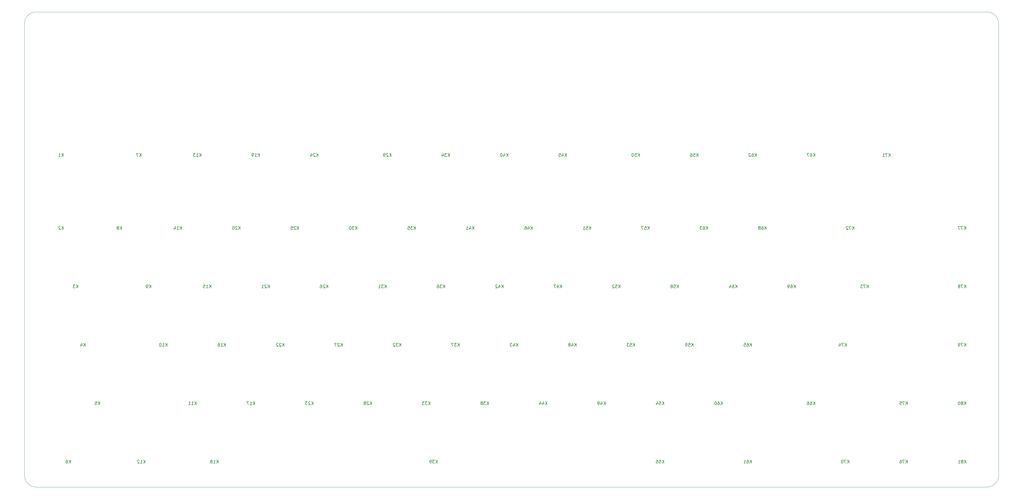
<source format=gbr>
%TF.GenerationSoftware,KiCad,Pcbnew,(5.1.10)-1*%
%TF.CreationDate,2021-06-02T05:42:33-04:00*%
%TF.ProjectId,pi75,70693735-2e6b-4696-9361-645f70636258,rev?*%
%TF.SameCoordinates,Original*%
%TF.FileFunction,Legend,Bot*%
%TF.FilePolarity,Positive*%
%FSLAX46Y46*%
G04 Gerber Fmt 4.6, Leading zero omitted, Abs format (unit mm)*
G04 Created by KiCad (PCBNEW (5.1.10)-1) date 2021-06-02 05:42:33*
%MOMM*%
%LPD*%
G01*
G04 APERTURE LIST*
%TA.AperFunction,Profile*%
%ADD10C,0.050000*%
%TD*%
%ADD11C,0.150000*%
G04 APERTURE END LIST*
D10*
X297815000Y-160528000D02*
X-12065000Y-160528000D01*
X301625000Y-9398000D02*
X301625000Y-156718000D01*
X297815000Y-5588000D02*
G75*
G02*
X301625000Y-9398000I0J-3810000D01*
G01*
X-12065000Y-160528000D02*
G75*
G02*
X-15875000Y-156718000I0J3810000D01*
G01*
X301625000Y-156718000D02*
G75*
G02*
X297815000Y-160528000I-3810000J0D01*
G01*
X-15875000Y-9398000D02*
G75*
G02*
X-12065000Y-5588000I3810000J0D01*
G01*
X-15875000Y-9398000D02*
X-15875000Y-156718000D01*
X297815000Y-5588000D02*
X-12065000Y-5588000D01*
%TO.C,K72*%
D11*
X254420535Y-76525380D02*
X254420535Y-75525380D01*
X253849107Y-76525380D02*
X254277678Y-75953952D01*
X253849107Y-75525380D02*
X254420535Y-76096809D01*
X253515773Y-75525380D02*
X252849107Y-75525380D01*
X253277678Y-76525380D01*
X252515773Y-75620619D02*
X252468154Y-75573000D01*
X252372916Y-75525380D01*
X252134821Y-75525380D01*
X252039583Y-75573000D01*
X251991964Y-75620619D01*
X251944345Y-75715857D01*
X251944345Y-75811095D01*
X251991964Y-75953952D01*
X252563392Y-76525380D01*
X251944345Y-76525380D01*
%TO.C,K74*%
X252039285Y-114625380D02*
X252039285Y-113625380D01*
X251467857Y-114625380D02*
X251896428Y-114053952D01*
X251467857Y-113625380D02*
X252039285Y-114196809D01*
X251134523Y-113625380D02*
X250467857Y-113625380D01*
X250896428Y-114625380D01*
X249658333Y-113958714D02*
X249658333Y-114625380D01*
X249896428Y-113577761D02*
X250134523Y-114292047D01*
X249515476Y-114292047D01*
%TO.C,K39*%
X118689285Y-152725380D02*
X118689285Y-151725380D01*
X118117857Y-152725380D02*
X118546428Y-152153952D01*
X118117857Y-151725380D02*
X118689285Y-152296809D01*
X117784523Y-151725380D02*
X117165476Y-151725380D01*
X117498809Y-152106333D01*
X117355952Y-152106333D01*
X117260714Y-152153952D01*
X117213095Y-152201571D01*
X117165476Y-152296809D01*
X117165476Y-152534904D01*
X117213095Y-152630142D01*
X117260714Y-152677761D01*
X117355952Y-152725380D01*
X117641666Y-152725380D01*
X117736904Y-152677761D01*
X117784523Y-152630142D01*
X116689285Y-152725380D02*
X116498809Y-152725380D01*
X116403571Y-152677761D01*
X116355952Y-152630142D01*
X116260714Y-152487285D01*
X116213095Y-152296809D01*
X116213095Y-151915857D01*
X116260714Y-151820619D01*
X116308333Y-151773000D01*
X116403571Y-151725380D01*
X116594047Y-151725380D01*
X116689285Y-151773000D01*
X116736904Y-151820619D01*
X116784523Y-151915857D01*
X116784523Y-152153952D01*
X116736904Y-152249190D01*
X116689285Y-152296809D01*
X116594047Y-152344428D01*
X116403571Y-152344428D01*
X116308333Y-152296809D01*
X116260714Y-152249190D01*
X116213095Y-152153952D01*
%TO.C,K5*%
X8675595Y-133675380D02*
X8675595Y-132675380D01*
X8104166Y-133675380D02*
X8532738Y-133103952D01*
X8104166Y-132675380D02*
X8675595Y-133246809D01*
X7199404Y-132675380D02*
X7675595Y-132675380D01*
X7723214Y-133151571D01*
X7675595Y-133103952D01*
X7580357Y-133056333D01*
X7342261Y-133056333D01*
X7247023Y-133103952D01*
X7199404Y-133151571D01*
X7151785Y-133246809D01*
X7151785Y-133484904D01*
X7199404Y-133580142D01*
X7247023Y-133627761D01*
X7342261Y-133675380D01*
X7580357Y-133675380D01*
X7675595Y-133627761D01*
X7723214Y-133580142D01*
%TO.C,K17*%
X59158035Y-133675380D02*
X59158035Y-132675380D01*
X58586607Y-133675380D02*
X59015178Y-133103952D01*
X58586607Y-132675380D02*
X59158035Y-133246809D01*
X57634226Y-133675380D02*
X58205654Y-133675380D01*
X57919940Y-133675380D02*
X57919940Y-132675380D01*
X58015178Y-132818238D01*
X58110416Y-132913476D01*
X58205654Y-132961095D01*
X57300892Y-132675380D02*
X56634226Y-132675380D01*
X57062797Y-133675380D01*
%TO.C,K81*%
X290933035Y-152725380D02*
X290933035Y-151725380D01*
X290361607Y-152725380D02*
X290790178Y-152153952D01*
X290361607Y-151725380D02*
X290933035Y-152296809D01*
X289790178Y-152153952D02*
X289885416Y-152106333D01*
X289933035Y-152058714D01*
X289980654Y-151963476D01*
X289980654Y-151915857D01*
X289933035Y-151820619D01*
X289885416Y-151773000D01*
X289790178Y-151725380D01*
X289599702Y-151725380D01*
X289504464Y-151773000D01*
X289456845Y-151820619D01*
X289409226Y-151915857D01*
X289409226Y-151963476D01*
X289456845Y-152058714D01*
X289504464Y-152106333D01*
X289599702Y-152153952D01*
X289790178Y-152153952D01*
X289885416Y-152201571D01*
X289933035Y-152249190D01*
X289980654Y-152344428D01*
X289980654Y-152534904D01*
X289933035Y-152630142D01*
X289885416Y-152677761D01*
X289790178Y-152725380D01*
X289599702Y-152725380D01*
X289504464Y-152677761D01*
X289456845Y-152630142D01*
X289409226Y-152534904D01*
X289409226Y-152344428D01*
X289456845Y-152249190D01*
X289504464Y-152201571D01*
X289599702Y-152153952D01*
X288456845Y-152725380D02*
X289028273Y-152725380D01*
X288742559Y-152725380D02*
X288742559Y-151725380D01*
X288837797Y-151868238D01*
X288933035Y-151963476D01*
X289028273Y-152011095D01*
%TO.C,K80*%
X290933035Y-133675380D02*
X290933035Y-132675380D01*
X290361607Y-133675380D02*
X290790178Y-133103952D01*
X290361607Y-132675380D02*
X290933035Y-133246809D01*
X289790178Y-133103952D02*
X289885416Y-133056333D01*
X289933035Y-133008714D01*
X289980654Y-132913476D01*
X289980654Y-132865857D01*
X289933035Y-132770619D01*
X289885416Y-132723000D01*
X289790178Y-132675380D01*
X289599702Y-132675380D01*
X289504464Y-132723000D01*
X289456845Y-132770619D01*
X289409226Y-132865857D01*
X289409226Y-132913476D01*
X289456845Y-133008714D01*
X289504464Y-133056333D01*
X289599702Y-133103952D01*
X289790178Y-133103952D01*
X289885416Y-133151571D01*
X289933035Y-133199190D01*
X289980654Y-133294428D01*
X289980654Y-133484904D01*
X289933035Y-133580142D01*
X289885416Y-133627761D01*
X289790178Y-133675380D01*
X289599702Y-133675380D01*
X289504464Y-133627761D01*
X289456845Y-133580142D01*
X289409226Y-133484904D01*
X289409226Y-133294428D01*
X289456845Y-133199190D01*
X289504464Y-133151571D01*
X289599702Y-133103952D01*
X288790178Y-132675380D02*
X288694940Y-132675380D01*
X288599702Y-132723000D01*
X288552083Y-132770619D01*
X288504464Y-132865857D01*
X288456845Y-133056333D01*
X288456845Y-133294428D01*
X288504464Y-133484904D01*
X288552083Y-133580142D01*
X288599702Y-133627761D01*
X288694940Y-133675380D01*
X288790178Y-133675380D01*
X288885416Y-133627761D01*
X288933035Y-133580142D01*
X288980654Y-133484904D01*
X289028273Y-133294428D01*
X289028273Y-133056333D01*
X288980654Y-132865857D01*
X288933035Y-132770619D01*
X288885416Y-132723000D01*
X288790178Y-132675380D01*
%TO.C,K79*%
X290933035Y-114625380D02*
X290933035Y-113625380D01*
X290361607Y-114625380D02*
X290790178Y-114053952D01*
X290361607Y-113625380D02*
X290933035Y-114196809D01*
X290028273Y-113625380D02*
X289361607Y-113625380D01*
X289790178Y-114625380D01*
X288933035Y-114625380D02*
X288742559Y-114625380D01*
X288647321Y-114577761D01*
X288599702Y-114530142D01*
X288504464Y-114387285D01*
X288456845Y-114196809D01*
X288456845Y-113815857D01*
X288504464Y-113720619D01*
X288552083Y-113673000D01*
X288647321Y-113625380D01*
X288837797Y-113625380D01*
X288933035Y-113673000D01*
X288980654Y-113720619D01*
X289028273Y-113815857D01*
X289028273Y-114053952D01*
X288980654Y-114149190D01*
X288933035Y-114196809D01*
X288837797Y-114244428D01*
X288647321Y-114244428D01*
X288552083Y-114196809D01*
X288504464Y-114149190D01*
X288456845Y-114053952D01*
%TO.C,K78*%
X290933035Y-95575380D02*
X290933035Y-94575380D01*
X290361607Y-95575380D02*
X290790178Y-95003952D01*
X290361607Y-94575380D02*
X290933035Y-95146809D01*
X290028273Y-94575380D02*
X289361607Y-94575380D01*
X289790178Y-95575380D01*
X288837797Y-95003952D02*
X288933035Y-94956333D01*
X288980654Y-94908714D01*
X289028273Y-94813476D01*
X289028273Y-94765857D01*
X288980654Y-94670619D01*
X288933035Y-94623000D01*
X288837797Y-94575380D01*
X288647321Y-94575380D01*
X288552083Y-94623000D01*
X288504464Y-94670619D01*
X288456845Y-94765857D01*
X288456845Y-94813476D01*
X288504464Y-94908714D01*
X288552083Y-94956333D01*
X288647321Y-95003952D01*
X288837797Y-95003952D01*
X288933035Y-95051571D01*
X288980654Y-95099190D01*
X289028273Y-95194428D01*
X289028273Y-95384904D01*
X288980654Y-95480142D01*
X288933035Y-95527761D01*
X288837797Y-95575380D01*
X288647321Y-95575380D01*
X288552083Y-95527761D01*
X288504464Y-95480142D01*
X288456845Y-95384904D01*
X288456845Y-95194428D01*
X288504464Y-95099190D01*
X288552083Y-95051571D01*
X288647321Y-95003952D01*
%TO.C,K77*%
X290933035Y-76525380D02*
X290933035Y-75525380D01*
X290361607Y-76525380D02*
X290790178Y-75953952D01*
X290361607Y-75525380D02*
X290933035Y-76096809D01*
X290028273Y-75525380D02*
X289361607Y-75525380D01*
X289790178Y-76525380D01*
X289075892Y-75525380D02*
X288409226Y-75525380D01*
X288837797Y-76525380D01*
%TO.C,K76*%
X271883035Y-152725380D02*
X271883035Y-151725380D01*
X271311607Y-152725380D02*
X271740178Y-152153952D01*
X271311607Y-151725380D02*
X271883035Y-152296809D01*
X270978273Y-151725380D02*
X270311607Y-151725380D01*
X270740178Y-152725380D01*
X269502083Y-151725380D02*
X269692559Y-151725380D01*
X269787797Y-151773000D01*
X269835416Y-151820619D01*
X269930654Y-151963476D01*
X269978273Y-152153952D01*
X269978273Y-152534904D01*
X269930654Y-152630142D01*
X269883035Y-152677761D01*
X269787797Y-152725380D01*
X269597321Y-152725380D01*
X269502083Y-152677761D01*
X269454464Y-152630142D01*
X269406845Y-152534904D01*
X269406845Y-152296809D01*
X269454464Y-152201571D01*
X269502083Y-152153952D01*
X269597321Y-152106333D01*
X269787797Y-152106333D01*
X269883035Y-152153952D01*
X269930654Y-152201571D01*
X269978273Y-152296809D01*
%TO.C,K75*%
X271883035Y-133675380D02*
X271883035Y-132675380D01*
X271311607Y-133675380D02*
X271740178Y-133103952D01*
X271311607Y-132675380D02*
X271883035Y-133246809D01*
X270978273Y-132675380D02*
X270311607Y-132675380D01*
X270740178Y-133675380D01*
X269454464Y-132675380D02*
X269930654Y-132675380D01*
X269978273Y-133151571D01*
X269930654Y-133103952D01*
X269835416Y-133056333D01*
X269597321Y-133056333D01*
X269502083Y-133103952D01*
X269454464Y-133151571D01*
X269406845Y-133246809D01*
X269406845Y-133484904D01*
X269454464Y-133580142D01*
X269502083Y-133627761D01*
X269597321Y-133675380D01*
X269835416Y-133675380D01*
X269930654Y-133627761D01*
X269978273Y-133580142D01*
%TO.C,K73*%
X259183035Y-95575380D02*
X259183035Y-94575380D01*
X258611607Y-95575380D02*
X259040178Y-95003952D01*
X258611607Y-94575380D02*
X259183035Y-95146809D01*
X258278273Y-94575380D02*
X257611607Y-94575380D01*
X258040178Y-95575380D01*
X257325892Y-94575380D02*
X256706845Y-94575380D01*
X257040178Y-94956333D01*
X256897321Y-94956333D01*
X256802083Y-95003952D01*
X256754464Y-95051571D01*
X256706845Y-95146809D01*
X256706845Y-95384904D01*
X256754464Y-95480142D01*
X256802083Y-95527761D01*
X256897321Y-95575380D01*
X257183035Y-95575380D01*
X257278273Y-95527761D01*
X257325892Y-95480142D01*
%TO.C,K71*%
X266326785Y-52712880D02*
X266326785Y-51712880D01*
X265755357Y-52712880D02*
X266183928Y-52141452D01*
X265755357Y-51712880D02*
X266326785Y-52284309D01*
X265422023Y-51712880D02*
X264755357Y-51712880D01*
X265183928Y-52712880D01*
X263850595Y-52712880D02*
X264422023Y-52712880D01*
X264136309Y-52712880D02*
X264136309Y-51712880D01*
X264231547Y-51855738D01*
X264326785Y-51950976D01*
X264422023Y-51998595D01*
%TO.C,K70*%
X252833035Y-152725380D02*
X252833035Y-151725380D01*
X252261607Y-152725380D02*
X252690178Y-152153952D01*
X252261607Y-151725380D02*
X252833035Y-152296809D01*
X251928273Y-151725380D02*
X251261607Y-151725380D01*
X251690178Y-152725380D01*
X250690178Y-151725380D02*
X250594940Y-151725380D01*
X250499702Y-151773000D01*
X250452083Y-151820619D01*
X250404464Y-151915857D01*
X250356845Y-152106333D01*
X250356845Y-152344428D01*
X250404464Y-152534904D01*
X250452083Y-152630142D01*
X250499702Y-152677761D01*
X250594940Y-152725380D01*
X250690178Y-152725380D01*
X250785416Y-152677761D01*
X250833035Y-152630142D01*
X250880654Y-152534904D01*
X250928273Y-152344428D01*
X250928273Y-152106333D01*
X250880654Y-151915857D01*
X250833035Y-151820619D01*
X250785416Y-151773000D01*
X250690178Y-151725380D01*
%TO.C,K69*%
X235370535Y-95575380D02*
X235370535Y-94575380D01*
X234799107Y-95575380D02*
X235227678Y-95003952D01*
X234799107Y-94575380D02*
X235370535Y-95146809D01*
X233941964Y-94575380D02*
X234132440Y-94575380D01*
X234227678Y-94623000D01*
X234275297Y-94670619D01*
X234370535Y-94813476D01*
X234418154Y-95003952D01*
X234418154Y-95384904D01*
X234370535Y-95480142D01*
X234322916Y-95527761D01*
X234227678Y-95575380D01*
X234037202Y-95575380D01*
X233941964Y-95527761D01*
X233894345Y-95480142D01*
X233846726Y-95384904D01*
X233846726Y-95146809D01*
X233894345Y-95051571D01*
X233941964Y-95003952D01*
X234037202Y-94956333D01*
X234227678Y-94956333D01*
X234322916Y-95003952D01*
X234370535Y-95051571D01*
X234418154Y-95146809D01*
X233370535Y-95575380D02*
X233180059Y-95575380D01*
X233084821Y-95527761D01*
X233037202Y-95480142D01*
X232941964Y-95337285D01*
X232894345Y-95146809D01*
X232894345Y-94765857D01*
X232941964Y-94670619D01*
X232989583Y-94623000D01*
X233084821Y-94575380D01*
X233275297Y-94575380D01*
X233370535Y-94623000D01*
X233418154Y-94670619D01*
X233465773Y-94765857D01*
X233465773Y-95003952D01*
X233418154Y-95099190D01*
X233370535Y-95146809D01*
X233275297Y-95194428D01*
X233084821Y-95194428D01*
X232989583Y-95146809D01*
X232941964Y-95099190D01*
X232894345Y-95003952D01*
%TO.C,K68*%
X225845535Y-76525380D02*
X225845535Y-75525380D01*
X225274107Y-76525380D02*
X225702678Y-75953952D01*
X225274107Y-75525380D02*
X225845535Y-76096809D01*
X224416964Y-75525380D02*
X224607440Y-75525380D01*
X224702678Y-75573000D01*
X224750297Y-75620619D01*
X224845535Y-75763476D01*
X224893154Y-75953952D01*
X224893154Y-76334904D01*
X224845535Y-76430142D01*
X224797916Y-76477761D01*
X224702678Y-76525380D01*
X224512202Y-76525380D01*
X224416964Y-76477761D01*
X224369345Y-76430142D01*
X224321726Y-76334904D01*
X224321726Y-76096809D01*
X224369345Y-76001571D01*
X224416964Y-75953952D01*
X224512202Y-75906333D01*
X224702678Y-75906333D01*
X224797916Y-75953952D01*
X224845535Y-76001571D01*
X224893154Y-76096809D01*
X223750297Y-75953952D02*
X223845535Y-75906333D01*
X223893154Y-75858714D01*
X223940773Y-75763476D01*
X223940773Y-75715857D01*
X223893154Y-75620619D01*
X223845535Y-75573000D01*
X223750297Y-75525380D01*
X223559821Y-75525380D01*
X223464583Y-75573000D01*
X223416964Y-75620619D01*
X223369345Y-75715857D01*
X223369345Y-75763476D01*
X223416964Y-75858714D01*
X223464583Y-75906333D01*
X223559821Y-75953952D01*
X223750297Y-75953952D01*
X223845535Y-76001571D01*
X223893154Y-76049190D01*
X223940773Y-76144428D01*
X223940773Y-76334904D01*
X223893154Y-76430142D01*
X223845535Y-76477761D01*
X223750297Y-76525380D01*
X223559821Y-76525380D01*
X223464583Y-76477761D01*
X223416964Y-76430142D01*
X223369345Y-76334904D01*
X223369345Y-76144428D01*
X223416964Y-76049190D01*
X223464583Y-76001571D01*
X223559821Y-75953952D01*
%TO.C,K67*%
X241720535Y-52712880D02*
X241720535Y-51712880D01*
X241149107Y-52712880D02*
X241577678Y-52141452D01*
X241149107Y-51712880D02*
X241720535Y-52284309D01*
X240291964Y-51712880D02*
X240482440Y-51712880D01*
X240577678Y-51760500D01*
X240625297Y-51808119D01*
X240720535Y-51950976D01*
X240768154Y-52141452D01*
X240768154Y-52522404D01*
X240720535Y-52617642D01*
X240672916Y-52665261D01*
X240577678Y-52712880D01*
X240387202Y-52712880D01*
X240291964Y-52665261D01*
X240244345Y-52617642D01*
X240196726Y-52522404D01*
X240196726Y-52284309D01*
X240244345Y-52189071D01*
X240291964Y-52141452D01*
X240387202Y-52093833D01*
X240577678Y-52093833D01*
X240672916Y-52141452D01*
X240720535Y-52189071D01*
X240768154Y-52284309D01*
X239863392Y-51712880D02*
X239196726Y-51712880D01*
X239625297Y-52712880D01*
%TO.C,K66*%
X241720535Y-133675380D02*
X241720535Y-132675380D01*
X241149107Y-133675380D02*
X241577678Y-133103952D01*
X241149107Y-132675380D02*
X241720535Y-133246809D01*
X240291964Y-132675380D02*
X240482440Y-132675380D01*
X240577678Y-132723000D01*
X240625297Y-132770619D01*
X240720535Y-132913476D01*
X240768154Y-133103952D01*
X240768154Y-133484904D01*
X240720535Y-133580142D01*
X240672916Y-133627761D01*
X240577678Y-133675380D01*
X240387202Y-133675380D01*
X240291964Y-133627761D01*
X240244345Y-133580142D01*
X240196726Y-133484904D01*
X240196726Y-133246809D01*
X240244345Y-133151571D01*
X240291964Y-133103952D01*
X240387202Y-133056333D01*
X240577678Y-133056333D01*
X240672916Y-133103952D01*
X240720535Y-133151571D01*
X240768154Y-133246809D01*
X239339583Y-132675380D02*
X239530059Y-132675380D01*
X239625297Y-132723000D01*
X239672916Y-132770619D01*
X239768154Y-132913476D01*
X239815773Y-133103952D01*
X239815773Y-133484904D01*
X239768154Y-133580142D01*
X239720535Y-133627761D01*
X239625297Y-133675380D01*
X239434821Y-133675380D01*
X239339583Y-133627761D01*
X239291964Y-133580142D01*
X239244345Y-133484904D01*
X239244345Y-133246809D01*
X239291964Y-133151571D01*
X239339583Y-133103952D01*
X239434821Y-133056333D01*
X239625297Y-133056333D01*
X239720535Y-133103952D01*
X239768154Y-133151571D01*
X239815773Y-133246809D01*
%TO.C,K65*%
X221083035Y-114625380D02*
X221083035Y-113625380D01*
X220511607Y-114625380D02*
X220940178Y-114053952D01*
X220511607Y-113625380D02*
X221083035Y-114196809D01*
X219654464Y-113625380D02*
X219844940Y-113625380D01*
X219940178Y-113673000D01*
X219987797Y-113720619D01*
X220083035Y-113863476D01*
X220130654Y-114053952D01*
X220130654Y-114434904D01*
X220083035Y-114530142D01*
X220035416Y-114577761D01*
X219940178Y-114625380D01*
X219749702Y-114625380D01*
X219654464Y-114577761D01*
X219606845Y-114530142D01*
X219559226Y-114434904D01*
X219559226Y-114196809D01*
X219606845Y-114101571D01*
X219654464Y-114053952D01*
X219749702Y-114006333D01*
X219940178Y-114006333D01*
X220035416Y-114053952D01*
X220083035Y-114101571D01*
X220130654Y-114196809D01*
X218654464Y-113625380D02*
X219130654Y-113625380D01*
X219178273Y-114101571D01*
X219130654Y-114053952D01*
X219035416Y-114006333D01*
X218797321Y-114006333D01*
X218702083Y-114053952D01*
X218654464Y-114101571D01*
X218606845Y-114196809D01*
X218606845Y-114434904D01*
X218654464Y-114530142D01*
X218702083Y-114577761D01*
X218797321Y-114625380D01*
X219035416Y-114625380D01*
X219130654Y-114577761D01*
X219178273Y-114530142D01*
%TO.C,K64*%
X216320535Y-95575380D02*
X216320535Y-94575380D01*
X215749107Y-95575380D02*
X216177678Y-95003952D01*
X215749107Y-94575380D02*
X216320535Y-95146809D01*
X214891964Y-94575380D02*
X215082440Y-94575380D01*
X215177678Y-94623000D01*
X215225297Y-94670619D01*
X215320535Y-94813476D01*
X215368154Y-95003952D01*
X215368154Y-95384904D01*
X215320535Y-95480142D01*
X215272916Y-95527761D01*
X215177678Y-95575380D01*
X214987202Y-95575380D01*
X214891964Y-95527761D01*
X214844345Y-95480142D01*
X214796726Y-95384904D01*
X214796726Y-95146809D01*
X214844345Y-95051571D01*
X214891964Y-95003952D01*
X214987202Y-94956333D01*
X215177678Y-94956333D01*
X215272916Y-95003952D01*
X215320535Y-95051571D01*
X215368154Y-95146809D01*
X213939583Y-94908714D02*
X213939583Y-95575380D01*
X214177678Y-94527761D02*
X214415773Y-95242047D01*
X213796726Y-95242047D01*
%TO.C,K63*%
X206795535Y-76525380D02*
X206795535Y-75525380D01*
X206224107Y-76525380D02*
X206652678Y-75953952D01*
X206224107Y-75525380D02*
X206795535Y-76096809D01*
X205366964Y-75525380D02*
X205557440Y-75525380D01*
X205652678Y-75573000D01*
X205700297Y-75620619D01*
X205795535Y-75763476D01*
X205843154Y-75953952D01*
X205843154Y-76334904D01*
X205795535Y-76430142D01*
X205747916Y-76477761D01*
X205652678Y-76525380D01*
X205462202Y-76525380D01*
X205366964Y-76477761D01*
X205319345Y-76430142D01*
X205271726Y-76334904D01*
X205271726Y-76096809D01*
X205319345Y-76001571D01*
X205366964Y-75953952D01*
X205462202Y-75906333D01*
X205652678Y-75906333D01*
X205747916Y-75953952D01*
X205795535Y-76001571D01*
X205843154Y-76096809D01*
X204938392Y-75525380D02*
X204319345Y-75525380D01*
X204652678Y-75906333D01*
X204509821Y-75906333D01*
X204414583Y-75953952D01*
X204366964Y-76001571D01*
X204319345Y-76096809D01*
X204319345Y-76334904D01*
X204366964Y-76430142D01*
X204414583Y-76477761D01*
X204509821Y-76525380D01*
X204795535Y-76525380D01*
X204890773Y-76477761D01*
X204938392Y-76430142D01*
%TO.C,K62*%
X222670535Y-52712880D02*
X222670535Y-51712880D01*
X222099107Y-52712880D02*
X222527678Y-52141452D01*
X222099107Y-51712880D02*
X222670535Y-52284309D01*
X221241964Y-51712880D02*
X221432440Y-51712880D01*
X221527678Y-51760500D01*
X221575297Y-51808119D01*
X221670535Y-51950976D01*
X221718154Y-52141452D01*
X221718154Y-52522404D01*
X221670535Y-52617642D01*
X221622916Y-52665261D01*
X221527678Y-52712880D01*
X221337202Y-52712880D01*
X221241964Y-52665261D01*
X221194345Y-52617642D01*
X221146726Y-52522404D01*
X221146726Y-52284309D01*
X221194345Y-52189071D01*
X221241964Y-52141452D01*
X221337202Y-52093833D01*
X221527678Y-52093833D01*
X221622916Y-52141452D01*
X221670535Y-52189071D01*
X221718154Y-52284309D01*
X220765773Y-51808119D02*
X220718154Y-51760500D01*
X220622916Y-51712880D01*
X220384821Y-51712880D01*
X220289583Y-51760500D01*
X220241964Y-51808119D01*
X220194345Y-51903357D01*
X220194345Y-51998595D01*
X220241964Y-52141452D01*
X220813392Y-52712880D01*
X220194345Y-52712880D01*
%TO.C,K61*%
X221083035Y-152725380D02*
X221083035Y-151725380D01*
X220511607Y-152725380D02*
X220940178Y-152153952D01*
X220511607Y-151725380D02*
X221083035Y-152296809D01*
X219654464Y-151725380D02*
X219844940Y-151725380D01*
X219940178Y-151773000D01*
X219987797Y-151820619D01*
X220083035Y-151963476D01*
X220130654Y-152153952D01*
X220130654Y-152534904D01*
X220083035Y-152630142D01*
X220035416Y-152677761D01*
X219940178Y-152725380D01*
X219749702Y-152725380D01*
X219654464Y-152677761D01*
X219606845Y-152630142D01*
X219559226Y-152534904D01*
X219559226Y-152296809D01*
X219606845Y-152201571D01*
X219654464Y-152153952D01*
X219749702Y-152106333D01*
X219940178Y-152106333D01*
X220035416Y-152153952D01*
X220083035Y-152201571D01*
X220130654Y-152296809D01*
X218606845Y-152725380D02*
X219178273Y-152725380D01*
X218892559Y-152725380D02*
X218892559Y-151725380D01*
X218987797Y-151868238D01*
X219083035Y-151963476D01*
X219178273Y-152011095D01*
%TO.C,K60*%
X211558035Y-133675380D02*
X211558035Y-132675380D01*
X210986607Y-133675380D02*
X211415178Y-133103952D01*
X210986607Y-132675380D02*
X211558035Y-133246809D01*
X210129464Y-132675380D02*
X210319940Y-132675380D01*
X210415178Y-132723000D01*
X210462797Y-132770619D01*
X210558035Y-132913476D01*
X210605654Y-133103952D01*
X210605654Y-133484904D01*
X210558035Y-133580142D01*
X210510416Y-133627761D01*
X210415178Y-133675380D01*
X210224702Y-133675380D01*
X210129464Y-133627761D01*
X210081845Y-133580142D01*
X210034226Y-133484904D01*
X210034226Y-133246809D01*
X210081845Y-133151571D01*
X210129464Y-133103952D01*
X210224702Y-133056333D01*
X210415178Y-133056333D01*
X210510416Y-133103952D01*
X210558035Y-133151571D01*
X210605654Y-133246809D01*
X209415178Y-132675380D02*
X209319940Y-132675380D01*
X209224702Y-132723000D01*
X209177083Y-132770619D01*
X209129464Y-132865857D01*
X209081845Y-133056333D01*
X209081845Y-133294428D01*
X209129464Y-133484904D01*
X209177083Y-133580142D01*
X209224702Y-133627761D01*
X209319940Y-133675380D01*
X209415178Y-133675380D01*
X209510416Y-133627761D01*
X209558035Y-133580142D01*
X209605654Y-133484904D01*
X209653273Y-133294428D01*
X209653273Y-133056333D01*
X209605654Y-132865857D01*
X209558035Y-132770619D01*
X209510416Y-132723000D01*
X209415178Y-132675380D01*
%TO.C,K59*%
X202033035Y-114625380D02*
X202033035Y-113625380D01*
X201461607Y-114625380D02*
X201890178Y-114053952D01*
X201461607Y-113625380D02*
X202033035Y-114196809D01*
X200556845Y-113625380D02*
X201033035Y-113625380D01*
X201080654Y-114101571D01*
X201033035Y-114053952D01*
X200937797Y-114006333D01*
X200699702Y-114006333D01*
X200604464Y-114053952D01*
X200556845Y-114101571D01*
X200509226Y-114196809D01*
X200509226Y-114434904D01*
X200556845Y-114530142D01*
X200604464Y-114577761D01*
X200699702Y-114625380D01*
X200937797Y-114625380D01*
X201033035Y-114577761D01*
X201080654Y-114530142D01*
X200033035Y-114625380D02*
X199842559Y-114625380D01*
X199747321Y-114577761D01*
X199699702Y-114530142D01*
X199604464Y-114387285D01*
X199556845Y-114196809D01*
X199556845Y-113815857D01*
X199604464Y-113720619D01*
X199652083Y-113673000D01*
X199747321Y-113625380D01*
X199937797Y-113625380D01*
X200033035Y-113673000D01*
X200080654Y-113720619D01*
X200128273Y-113815857D01*
X200128273Y-114053952D01*
X200080654Y-114149190D01*
X200033035Y-114196809D01*
X199937797Y-114244428D01*
X199747321Y-114244428D01*
X199652083Y-114196809D01*
X199604464Y-114149190D01*
X199556845Y-114053952D01*
%TO.C,K58*%
X197270535Y-95575380D02*
X197270535Y-94575380D01*
X196699107Y-95575380D02*
X197127678Y-95003952D01*
X196699107Y-94575380D02*
X197270535Y-95146809D01*
X195794345Y-94575380D02*
X196270535Y-94575380D01*
X196318154Y-95051571D01*
X196270535Y-95003952D01*
X196175297Y-94956333D01*
X195937202Y-94956333D01*
X195841964Y-95003952D01*
X195794345Y-95051571D01*
X195746726Y-95146809D01*
X195746726Y-95384904D01*
X195794345Y-95480142D01*
X195841964Y-95527761D01*
X195937202Y-95575380D01*
X196175297Y-95575380D01*
X196270535Y-95527761D01*
X196318154Y-95480142D01*
X195175297Y-95003952D02*
X195270535Y-94956333D01*
X195318154Y-94908714D01*
X195365773Y-94813476D01*
X195365773Y-94765857D01*
X195318154Y-94670619D01*
X195270535Y-94623000D01*
X195175297Y-94575380D01*
X194984821Y-94575380D01*
X194889583Y-94623000D01*
X194841964Y-94670619D01*
X194794345Y-94765857D01*
X194794345Y-94813476D01*
X194841964Y-94908714D01*
X194889583Y-94956333D01*
X194984821Y-95003952D01*
X195175297Y-95003952D01*
X195270535Y-95051571D01*
X195318154Y-95099190D01*
X195365773Y-95194428D01*
X195365773Y-95384904D01*
X195318154Y-95480142D01*
X195270535Y-95527761D01*
X195175297Y-95575380D01*
X194984821Y-95575380D01*
X194889583Y-95527761D01*
X194841964Y-95480142D01*
X194794345Y-95384904D01*
X194794345Y-95194428D01*
X194841964Y-95099190D01*
X194889583Y-95051571D01*
X194984821Y-95003952D01*
%TO.C,K57*%
X187745535Y-76525380D02*
X187745535Y-75525380D01*
X187174107Y-76525380D02*
X187602678Y-75953952D01*
X187174107Y-75525380D02*
X187745535Y-76096809D01*
X186269345Y-75525380D02*
X186745535Y-75525380D01*
X186793154Y-76001571D01*
X186745535Y-75953952D01*
X186650297Y-75906333D01*
X186412202Y-75906333D01*
X186316964Y-75953952D01*
X186269345Y-76001571D01*
X186221726Y-76096809D01*
X186221726Y-76334904D01*
X186269345Y-76430142D01*
X186316964Y-76477761D01*
X186412202Y-76525380D01*
X186650297Y-76525380D01*
X186745535Y-76477761D01*
X186793154Y-76430142D01*
X185888392Y-75525380D02*
X185221726Y-75525380D01*
X185650297Y-76525380D01*
%TO.C,K56*%
X203620535Y-52712880D02*
X203620535Y-51712880D01*
X203049107Y-52712880D02*
X203477678Y-52141452D01*
X203049107Y-51712880D02*
X203620535Y-52284309D01*
X202144345Y-51712880D02*
X202620535Y-51712880D01*
X202668154Y-52189071D01*
X202620535Y-52141452D01*
X202525297Y-52093833D01*
X202287202Y-52093833D01*
X202191964Y-52141452D01*
X202144345Y-52189071D01*
X202096726Y-52284309D01*
X202096726Y-52522404D01*
X202144345Y-52617642D01*
X202191964Y-52665261D01*
X202287202Y-52712880D01*
X202525297Y-52712880D01*
X202620535Y-52665261D01*
X202668154Y-52617642D01*
X201239583Y-51712880D02*
X201430059Y-51712880D01*
X201525297Y-51760500D01*
X201572916Y-51808119D01*
X201668154Y-51950976D01*
X201715773Y-52141452D01*
X201715773Y-52522404D01*
X201668154Y-52617642D01*
X201620535Y-52665261D01*
X201525297Y-52712880D01*
X201334821Y-52712880D01*
X201239583Y-52665261D01*
X201191964Y-52617642D01*
X201144345Y-52522404D01*
X201144345Y-52284309D01*
X201191964Y-52189071D01*
X201239583Y-52141452D01*
X201334821Y-52093833D01*
X201525297Y-52093833D01*
X201620535Y-52141452D01*
X201668154Y-52189071D01*
X201715773Y-52284309D01*
%TO.C,K55*%
X192508035Y-152725380D02*
X192508035Y-151725380D01*
X191936607Y-152725380D02*
X192365178Y-152153952D01*
X191936607Y-151725380D02*
X192508035Y-152296809D01*
X191031845Y-151725380D02*
X191508035Y-151725380D01*
X191555654Y-152201571D01*
X191508035Y-152153952D01*
X191412797Y-152106333D01*
X191174702Y-152106333D01*
X191079464Y-152153952D01*
X191031845Y-152201571D01*
X190984226Y-152296809D01*
X190984226Y-152534904D01*
X191031845Y-152630142D01*
X191079464Y-152677761D01*
X191174702Y-152725380D01*
X191412797Y-152725380D01*
X191508035Y-152677761D01*
X191555654Y-152630142D01*
X190079464Y-151725380D02*
X190555654Y-151725380D01*
X190603273Y-152201571D01*
X190555654Y-152153952D01*
X190460416Y-152106333D01*
X190222321Y-152106333D01*
X190127083Y-152153952D01*
X190079464Y-152201571D01*
X190031845Y-152296809D01*
X190031845Y-152534904D01*
X190079464Y-152630142D01*
X190127083Y-152677761D01*
X190222321Y-152725380D01*
X190460416Y-152725380D01*
X190555654Y-152677761D01*
X190603273Y-152630142D01*
%TO.C,K54*%
X192508035Y-133675380D02*
X192508035Y-132675380D01*
X191936607Y-133675380D02*
X192365178Y-133103952D01*
X191936607Y-132675380D02*
X192508035Y-133246809D01*
X191031845Y-132675380D02*
X191508035Y-132675380D01*
X191555654Y-133151571D01*
X191508035Y-133103952D01*
X191412797Y-133056333D01*
X191174702Y-133056333D01*
X191079464Y-133103952D01*
X191031845Y-133151571D01*
X190984226Y-133246809D01*
X190984226Y-133484904D01*
X191031845Y-133580142D01*
X191079464Y-133627761D01*
X191174702Y-133675380D01*
X191412797Y-133675380D01*
X191508035Y-133627761D01*
X191555654Y-133580142D01*
X190127083Y-133008714D02*
X190127083Y-133675380D01*
X190365178Y-132627761D02*
X190603273Y-133342047D01*
X189984226Y-133342047D01*
%TO.C,K53*%
X182983035Y-114625380D02*
X182983035Y-113625380D01*
X182411607Y-114625380D02*
X182840178Y-114053952D01*
X182411607Y-113625380D02*
X182983035Y-114196809D01*
X181506845Y-113625380D02*
X181983035Y-113625380D01*
X182030654Y-114101571D01*
X181983035Y-114053952D01*
X181887797Y-114006333D01*
X181649702Y-114006333D01*
X181554464Y-114053952D01*
X181506845Y-114101571D01*
X181459226Y-114196809D01*
X181459226Y-114434904D01*
X181506845Y-114530142D01*
X181554464Y-114577761D01*
X181649702Y-114625380D01*
X181887797Y-114625380D01*
X181983035Y-114577761D01*
X182030654Y-114530142D01*
X181125892Y-113625380D02*
X180506845Y-113625380D01*
X180840178Y-114006333D01*
X180697321Y-114006333D01*
X180602083Y-114053952D01*
X180554464Y-114101571D01*
X180506845Y-114196809D01*
X180506845Y-114434904D01*
X180554464Y-114530142D01*
X180602083Y-114577761D01*
X180697321Y-114625380D01*
X180983035Y-114625380D01*
X181078273Y-114577761D01*
X181125892Y-114530142D01*
%TO.C,K52*%
X178220535Y-95575380D02*
X178220535Y-94575380D01*
X177649107Y-95575380D02*
X178077678Y-95003952D01*
X177649107Y-94575380D02*
X178220535Y-95146809D01*
X176744345Y-94575380D02*
X177220535Y-94575380D01*
X177268154Y-95051571D01*
X177220535Y-95003952D01*
X177125297Y-94956333D01*
X176887202Y-94956333D01*
X176791964Y-95003952D01*
X176744345Y-95051571D01*
X176696726Y-95146809D01*
X176696726Y-95384904D01*
X176744345Y-95480142D01*
X176791964Y-95527761D01*
X176887202Y-95575380D01*
X177125297Y-95575380D01*
X177220535Y-95527761D01*
X177268154Y-95480142D01*
X176315773Y-94670619D02*
X176268154Y-94623000D01*
X176172916Y-94575380D01*
X175934821Y-94575380D01*
X175839583Y-94623000D01*
X175791964Y-94670619D01*
X175744345Y-94765857D01*
X175744345Y-94861095D01*
X175791964Y-95003952D01*
X176363392Y-95575380D01*
X175744345Y-95575380D01*
%TO.C,K51*%
X168695535Y-76525380D02*
X168695535Y-75525380D01*
X168124107Y-76525380D02*
X168552678Y-75953952D01*
X168124107Y-75525380D02*
X168695535Y-76096809D01*
X167219345Y-75525380D02*
X167695535Y-75525380D01*
X167743154Y-76001571D01*
X167695535Y-75953952D01*
X167600297Y-75906333D01*
X167362202Y-75906333D01*
X167266964Y-75953952D01*
X167219345Y-76001571D01*
X167171726Y-76096809D01*
X167171726Y-76334904D01*
X167219345Y-76430142D01*
X167266964Y-76477761D01*
X167362202Y-76525380D01*
X167600297Y-76525380D01*
X167695535Y-76477761D01*
X167743154Y-76430142D01*
X166219345Y-76525380D02*
X166790773Y-76525380D01*
X166505059Y-76525380D02*
X166505059Y-75525380D01*
X166600297Y-75668238D01*
X166695535Y-75763476D01*
X166790773Y-75811095D01*
%TO.C,K50*%
X184570535Y-52712880D02*
X184570535Y-51712880D01*
X183999107Y-52712880D02*
X184427678Y-52141452D01*
X183999107Y-51712880D02*
X184570535Y-52284309D01*
X183094345Y-51712880D02*
X183570535Y-51712880D01*
X183618154Y-52189071D01*
X183570535Y-52141452D01*
X183475297Y-52093833D01*
X183237202Y-52093833D01*
X183141964Y-52141452D01*
X183094345Y-52189071D01*
X183046726Y-52284309D01*
X183046726Y-52522404D01*
X183094345Y-52617642D01*
X183141964Y-52665261D01*
X183237202Y-52712880D01*
X183475297Y-52712880D01*
X183570535Y-52665261D01*
X183618154Y-52617642D01*
X182427678Y-51712880D02*
X182332440Y-51712880D01*
X182237202Y-51760500D01*
X182189583Y-51808119D01*
X182141964Y-51903357D01*
X182094345Y-52093833D01*
X182094345Y-52331928D01*
X182141964Y-52522404D01*
X182189583Y-52617642D01*
X182237202Y-52665261D01*
X182332440Y-52712880D01*
X182427678Y-52712880D01*
X182522916Y-52665261D01*
X182570535Y-52617642D01*
X182618154Y-52522404D01*
X182665773Y-52331928D01*
X182665773Y-52093833D01*
X182618154Y-51903357D01*
X182570535Y-51808119D01*
X182522916Y-51760500D01*
X182427678Y-51712880D01*
%TO.C,K49*%
X173458035Y-133675380D02*
X173458035Y-132675380D01*
X172886607Y-133675380D02*
X173315178Y-133103952D01*
X172886607Y-132675380D02*
X173458035Y-133246809D01*
X172029464Y-133008714D02*
X172029464Y-133675380D01*
X172267559Y-132627761D02*
X172505654Y-133342047D01*
X171886607Y-133342047D01*
X171458035Y-133675380D02*
X171267559Y-133675380D01*
X171172321Y-133627761D01*
X171124702Y-133580142D01*
X171029464Y-133437285D01*
X170981845Y-133246809D01*
X170981845Y-132865857D01*
X171029464Y-132770619D01*
X171077083Y-132723000D01*
X171172321Y-132675380D01*
X171362797Y-132675380D01*
X171458035Y-132723000D01*
X171505654Y-132770619D01*
X171553273Y-132865857D01*
X171553273Y-133103952D01*
X171505654Y-133199190D01*
X171458035Y-133246809D01*
X171362797Y-133294428D01*
X171172321Y-133294428D01*
X171077083Y-133246809D01*
X171029464Y-133199190D01*
X170981845Y-133103952D01*
%TO.C,K48*%
X163933035Y-114625380D02*
X163933035Y-113625380D01*
X163361607Y-114625380D02*
X163790178Y-114053952D01*
X163361607Y-113625380D02*
X163933035Y-114196809D01*
X162504464Y-113958714D02*
X162504464Y-114625380D01*
X162742559Y-113577761D02*
X162980654Y-114292047D01*
X162361607Y-114292047D01*
X161837797Y-114053952D02*
X161933035Y-114006333D01*
X161980654Y-113958714D01*
X162028273Y-113863476D01*
X162028273Y-113815857D01*
X161980654Y-113720619D01*
X161933035Y-113673000D01*
X161837797Y-113625380D01*
X161647321Y-113625380D01*
X161552083Y-113673000D01*
X161504464Y-113720619D01*
X161456845Y-113815857D01*
X161456845Y-113863476D01*
X161504464Y-113958714D01*
X161552083Y-114006333D01*
X161647321Y-114053952D01*
X161837797Y-114053952D01*
X161933035Y-114101571D01*
X161980654Y-114149190D01*
X162028273Y-114244428D01*
X162028273Y-114434904D01*
X161980654Y-114530142D01*
X161933035Y-114577761D01*
X161837797Y-114625380D01*
X161647321Y-114625380D01*
X161552083Y-114577761D01*
X161504464Y-114530142D01*
X161456845Y-114434904D01*
X161456845Y-114244428D01*
X161504464Y-114149190D01*
X161552083Y-114101571D01*
X161647321Y-114053952D01*
%TO.C,K47*%
X159170535Y-95575380D02*
X159170535Y-94575380D01*
X158599107Y-95575380D02*
X159027678Y-95003952D01*
X158599107Y-94575380D02*
X159170535Y-95146809D01*
X157741964Y-94908714D02*
X157741964Y-95575380D01*
X157980059Y-94527761D02*
X158218154Y-95242047D01*
X157599107Y-95242047D01*
X157313392Y-94575380D02*
X156646726Y-94575380D01*
X157075297Y-95575380D01*
%TO.C,K46*%
X149645535Y-76525380D02*
X149645535Y-75525380D01*
X149074107Y-76525380D02*
X149502678Y-75953952D01*
X149074107Y-75525380D02*
X149645535Y-76096809D01*
X148216964Y-75858714D02*
X148216964Y-76525380D01*
X148455059Y-75477761D02*
X148693154Y-76192047D01*
X148074107Y-76192047D01*
X147264583Y-75525380D02*
X147455059Y-75525380D01*
X147550297Y-75573000D01*
X147597916Y-75620619D01*
X147693154Y-75763476D01*
X147740773Y-75953952D01*
X147740773Y-76334904D01*
X147693154Y-76430142D01*
X147645535Y-76477761D01*
X147550297Y-76525380D01*
X147359821Y-76525380D01*
X147264583Y-76477761D01*
X147216964Y-76430142D01*
X147169345Y-76334904D01*
X147169345Y-76096809D01*
X147216964Y-76001571D01*
X147264583Y-75953952D01*
X147359821Y-75906333D01*
X147550297Y-75906333D01*
X147645535Y-75953952D01*
X147693154Y-76001571D01*
X147740773Y-76096809D01*
%TO.C,K45*%
X160758035Y-52712880D02*
X160758035Y-51712880D01*
X160186607Y-52712880D02*
X160615178Y-52141452D01*
X160186607Y-51712880D02*
X160758035Y-52284309D01*
X159329464Y-52046214D02*
X159329464Y-52712880D01*
X159567559Y-51665261D02*
X159805654Y-52379547D01*
X159186607Y-52379547D01*
X158329464Y-51712880D02*
X158805654Y-51712880D01*
X158853273Y-52189071D01*
X158805654Y-52141452D01*
X158710416Y-52093833D01*
X158472321Y-52093833D01*
X158377083Y-52141452D01*
X158329464Y-52189071D01*
X158281845Y-52284309D01*
X158281845Y-52522404D01*
X158329464Y-52617642D01*
X158377083Y-52665261D01*
X158472321Y-52712880D01*
X158710416Y-52712880D01*
X158805654Y-52665261D01*
X158853273Y-52617642D01*
%TO.C,K44*%
X154408035Y-133675380D02*
X154408035Y-132675380D01*
X153836607Y-133675380D02*
X154265178Y-133103952D01*
X153836607Y-132675380D02*
X154408035Y-133246809D01*
X152979464Y-133008714D02*
X152979464Y-133675380D01*
X153217559Y-132627761D02*
X153455654Y-133342047D01*
X152836607Y-133342047D01*
X152027083Y-133008714D02*
X152027083Y-133675380D01*
X152265178Y-132627761D02*
X152503273Y-133342047D01*
X151884226Y-133342047D01*
%TO.C,K43*%
X144883035Y-114625380D02*
X144883035Y-113625380D01*
X144311607Y-114625380D02*
X144740178Y-114053952D01*
X144311607Y-113625380D02*
X144883035Y-114196809D01*
X143454464Y-113958714D02*
X143454464Y-114625380D01*
X143692559Y-113577761D02*
X143930654Y-114292047D01*
X143311607Y-114292047D01*
X143025892Y-113625380D02*
X142406845Y-113625380D01*
X142740178Y-114006333D01*
X142597321Y-114006333D01*
X142502083Y-114053952D01*
X142454464Y-114101571D01*
X142406845Y-114196809D01*
X142406845Y-114434904D01*
X142454464Y-114530142D01*
X142502083Y-114577761D01*
X142597321Y-114625380D01*
X142883035Y-114625380D01*
X142978273Y-114577761D01*
X143025892Y-114530142D01*
%TO.C,K42*%
X140120535Y-95575380D02*
X140120535Y-94575380D01*
X139549107Y-95575380D02*
X139977678Y-95003952D01*
X139549107Y-94575380D02*
X140120535Y-95146809D01*
X138691964Y-94908714D02*
X138691964Y-95575380D01*
X138930059Y-94527761D02*
X139168154Y-95242047D01*
X138549107Y-95242047D01*
X138215773Y-94670619D02*
X138168154Y-94623000D01*
X138072916Y-94575380D01*
X137834821Y-94575380D01*
X137739583Y-94623000D01*
X137691964Y-94670619D01*
X137644345Y-94765857D01*
X137644345Y-94861095D01*
X137691964Y-95003952D01*
X138263392Y-95575380D01*
X137644345Y-95575380D01*
%TO.C,K41*%
X130595535Y-76525380D02*
X130595535Y-75525380D01*
X130024107Y-76525380D02*
X130452678Y-75953952D01*
X130024107Y-75525380D02*
X130595535Y-76096809D01*
X129166964Y-75858714D02*
X129166964Y-76525380D01*
X129405059Y-75477761D02*
X129643154Y-76192047D01*
X129024107Y-76192047D01*
X128119345Y-76525380D02*
X128690773Y-76525380D01*
X128405059Y-76525380D02*
X128405059Y-75525380D01*
X128500297Y-75668238D01*
X128595535Y-75763476D01*
X128690773Y-75811095D01*
%TO.C,K40*%
X141708035Y-52712880D02*
X141708035Y-51712880D01*
X141136607Y-52712880D02*
X141565178Y-52141452D01*
X141136607Y-51712880D02*
X141708035Y-52284309D01*
X140279464Y-52046214D02*
X140279464Y-52712880D01*
X140517559Y-51665261D02*
X140755654Y-52379547D01*
X140136607Y-52379547D01*
X139565178Y-51712880D02*
X139469940Y-51712880D01*
X139374702Y-51760500D01*
X139327083Y-51808119D01*
X139279464Y-51903357D01*
X139231845Y-52093833D01*
X139231845Y-52331928D01*
X139279464Y-52522404D01*
X139327083Y-52617642D01*
X139374702Y-52665261D01*
X139469940Y-52712880D01*
X139565178Y-52712880D01*
X139660416Y-52665261D01*
X139708035Y-52617642D01*
X139755654Y-52522404D01*
X139803273Y-52331928D01*
X139803273Y-52093833D01*
X139755654Y-51903357D01*
X139708035Y-51808119D01*
X139660416Y-51760500D01*
X139565178Y-51712880D01*
%TO.C,K38*%
X135358035Y-133675380D02*
X135358035Y-132675380D01*
X134786607Y-133675380D02*
X135215178Y-133103952D01*
X134786607Y-132675380D02*
X135358035Y-133246809D01*
X134453273Y-132675380D02*
X133834226Y-132675380D01*
X134167559Y-133056333D01*
X134024702Y-133056333D01*
X133929464Y-133103952D01*
X133881845Y-133151571D01*
X133834226Y-133246809D01*
X133834226Y-133484904D01*
X133881845Y-133580142D01*
X133929464Y-133627761D01*
X134024702Y-133675380D01*
X134310416Y-133675380D01*
X134405654Y-133627761D01*
X134453273Y-133580142D01*
X133262797Y-133103952D02*
X133358035Y-133056333D01*
X133405654Y-133008714D01*
X133453273Y-132913476D01*
X133453273Y-132865857D01*
X133405654Y-132770619D01*
X133358035Y-132723000D01*
X133262797Y-132675380D01*
X133072321Y-132675380D01*
X132977083Y-132723000D01*
X132929464Y-132770619D01*
X132881845Y-132865857D01*
X132881845Y-132913476D01*
X132929464Y-133008714D01*
X132977083Y-133056333D01*
X133072321Y-133103952D01*
X133262797Y-133103952D01*
X133358035Y-133151571D01*
X133405654Y-133199190D01*
X133453273Y-133294428D01*
X133453273Y-133484904D01*
X133405654Y-133580142D01*
X133358035Y-133627761D01*
X133262797Y-133675380D01*
X133072321Y-133675380D01*
X132977083Y-133627761D01*
X132929464Y-133580142D01*
X132881845Y-133484904D01*
X132881845Y-133294428D01*
X132929464Y-133199190D01*
X132977083Y-133151571D01*
X133072321Y-133103952D01*
%TO.C,K37*%
X125833035Y-114625380D02*
X125833035Y-113625380D01*
X125261607Y-114625380D02*
X125690178Y-114053952D01*
X125261607Y-113625380D02*
X125833035Y-114196809D01*
X124928273Y-113625380D02*
X124309226Y-113625380D01*
X124642559Y-114006333D01*
X124499702Y-114006333D01*
X124404464Y-114053952D01*
X124356845Y-114101571D01*
X124309226Y-114196809D01*
X124309226Y-114434904D01*
X124356845Y-114530142D01*
X124404464Y-114577761D01*
X124499702Y-114625380D01*
X124785416Y-114625380D01*
X124880654Y-114577761D01*
X124928273Y-114530142D01*
X123975892Y-113625380D02*
X123309226Y-113625380D01*
X123737797Y-114625380D01*
%TO.C,K36*%
X121070535Y-95575380D02*
X121070535Y-94575380D01*
X120499107Y-95575380D02*
X120927678Y-95003952D01*
X120499107Y-94575380D02*
X121070535Y-95146809D01*
X120165773Y-94575380D02*
X119546726Y-94575380D01*
X119880059Y-94956333D01*
X119737202Y-94956333D01*
X119641964Y-95003952D01*
X119594345Y-95051571D01*
X119546726Y-95146809D01*
X119546726Y-95384904D01*
X119594345Y-95480142D01*
X119641964Y-95527761D01*
X119737202Y-95575380D01*
X120022916Y-95575380D01*
X120118154Y-95527761D01*
X120165773Y-95480142D01*
X118689583Y-94575380D02*
X118880059Y-94575380D01*
X118975297Y-94623000D01*
X119022916Y-94670619D01*
X119118154Y-94813476D01*
X119165773Y-95003952D01*
X119165773Y-95384904D01*
X119118154Y-95480142D01*
X119070535Y-95527761D01*
X118975297Y-95575380D01*
X118784821Y-95575380D01*
X118689583Y-95527761D01*
X118641964Y-95480142D01*
X118594345Y-95384904D01*
X118594345Y-95146809D01*
X118641964Y-95051571D01*
X118689583Y-95003952D01*
X118784821Y-94956333D01*
X118975297Y-94956333D01*
X119070535Y-95003952D01*
X119118154Y-95051571D01*
X119165773Y-95146809D01*
%TO.C,K35*%
X111545535Y-76525380D02*
X111545535Y-75525380D01*
X110974107Y-76525380D02*
X111402678Y-75953952D01*
X110974107Y-75525380D02*
X111545535Y-76096809D01*
X110640773Y-75525380D02*
X110021726Y-75525380D01*
X110355059Y-75906333D01*
X110212202Y-75906333D01*
X110116964Y-75953952D01*
X110069345Y-76001571D01*
X110021726Y-76096809D01*
X110021726Y-76334904D01*
X110069345Y-76430142D01*
X110116964Y-76477761D01*
X110212202Y-76525380D01*
X110497916Y-76525380D01*
X110593154Y-76477761D01*
X110640773Y-76430142D01*
X109116964Y-75525380D02*
X109593154Y-75525380D01*
X109640773Y-76001571D01*
X109593154Y-75953952D01*
X109497916Y-75906333D01*
X109259821Y-75906333D01*
X109164583Y-75953952D01*
X109116964Y-76001571D01*
X109069345Y-76096809D01*
X109069345Y-76334904D01*
X109116964Y-76430142D01*
X109164583Y-76477761D01*
X109259821Y-76525380D01*
X109497916Y-76525380D01*
X109593154Y-76477761D01*
X109640773Y-76430142D01*
%TO.C,K34*%
X122658035Y-52712880D02*
X122658035Y-51712880D01*
X122086607Y-52712880D02*
X122515178Y-52141452D01*
X122086607Y-51712880D02*
X122658035Y-52284309D01*
X121753273Y-51712880D02*
X121134226Y-51712880D01*
X121467559Y-52093833D01*
X121324702Y-52093833D01*
X121229464Y-52141452D01*
X121181845Y-52189071D01*
X121134226Y-52284309D01*
X121134226Y-52522404D01*
X121181845Y-52617642D01*
X121229464Y-52665261D01*
X121324702Y-52712880D01*
X121610416Y-52712880D01*
X121705654Y-52665261D01*
X121753273Y-52617642D01*
X120277083Y-52046214D02*
X120277083Y-52712880D01*
X120515178Y-51665261D02*
X120753273Y-52379547D01*
X120134226Y-52379547D01*
%TO.C,K33*%
X116308035Y-133675380D02*
X116308035Y-132675380D01*
X115736607Y-133675380D02*
X116165178Y-133103952D01*
X115736607Y-132675380D02*
X116308035Y-133246809D01*
X115403273Y-132675380D02*
X114784226Y-132675380D01*
X115117559Y-133056333D01*
X114974702Y-133056333D01*
X114879464Y-133103952D01*
X114831845Y-133151571D01*
X114784226Y-133246809D01*
X114784226Y-133484904D01*
X114831845Y-133580142D01*
X114879464Y-133627761D01*
X114974702Y-133675380D01*
X115260416Y-133675380D01*
X115355654Y-133627761D01*
X115403273Y-133580142D01*
X114450892Y-132675380D02*
X113831845Y-132675380D01*
X114165178Y-133056333D01*
X114022321Y-133056333D01*
X113927083Y-133103952D01*
X113879464Y-133151571D01*
X113831845Y-133246809D01*
X113831845Y-133484904D01*
X113879464Y-133580142D01*
X113927083Y-133627761D01*
X114022321Y-133675380D01*
X114308035Y-133675380D01*
X114403273Y-133627761D01*
X114450892Y-133580142D01*
%TO.C,K32*%
X106783035Y-114625380D02*
X106783035Y-113625380D01*
X106211607Y-114625380D02*
X106640178Y-114053952D01*
X106211607Y-113625380D02*
X106783035Y-114196809D01*
X105878273Y-113625380D02*
X105259226Y-113625380D01*
X105592559Y-114006333D01*
X105449702Y-114006333D01*
X105354464Y-114053952D01*
X105306845Y-114101571D01*
X105259226Y-114196809D01*
X105259226Y-114434904D01*
X105306845Y-114530142D01*
X105354464Y-114577761D01*
X105449702Y-114625380D01*
X105735416Y-114625380D01*
X105830654Y-114577761D01*
X105878273Y-114530142D01*
X104878273Y-113720619D02*
X104830654Y-113673000D01*
X104735416Y-113625380D01*
X104497321Y-113625380D01*
X104402083Y-113673000D01*
X104354464Y-113720619D01*
X104306845Y-113815857D01*
X104306845Y-113911095D01*
X104354464Y-114053952D01*
X104925892Y-114625380D01*
X104306845Y-114625380D01*
%TO.C,K31*%
X102020535Y-95575380D02*
X102020535Y-94575380D01*
X101449107Y-95575380D02*
X101877678Y-95003952D01*
X101449107Y-94575380D02*
X102020535Y-95146809D01*
X101115773Y-94575380D02*
X100496726Y-94575380D01*
X100830059Y-94956333D01*
X100687202Y-94956333D01*
X100591964Y-95003952D01*
X100544345Y-95051571D01*
X100496726Y-95146809D01*
X100496726Y-95384904D01*
X100544345Y-95480142D01*
X100591964Y-95527761D01*
X100687202Y-95575380D01*
X100972916Y-95575380D01*
X101068154Y-95527761D01*
X101115773Y-95480142D01*
X99544345Y-95575380D02*
X100115773Y-95575380D01*
X99830059Y-95575380D02*
X99830059Y-94575380D01*
X99925297Y-94718238D01*
X100020535Y-94813476D01*
X100115773Y-94861095D01*
%TO.C,K30*%
X92495535Y-76525380D02*
X92495535Y-75525380D01*
X91924107Y-76525380D02*
X92352678Y-75953952D01*
X91924107Y-75525380D02*
X92495535Y-76096809D01*
X91590773Y-75525380D02*
X90971726Y-75525380D01*
X91305059Y-75906333D01*
X91162202Y-75906333D01*
X91066964Y-75953952D01*
X91019345Y-76001571D01*
X90971726Y-76096809D01*
X90971726Y-76334904D01*
X91019345Y-76430142D01*
X91066964Y-76477761D01*
X91162202Y-76525380D01*
X91447916Y-76525380D01*
X91543154Y-76477761D01*
X91590773Y-76430142D01*
X90352678Y-75525380D02*
X90257440Y-75525380D01*
X90162202Y-75573000D01*
X90114583Y-75620619D01*
X90066964Y-75715857D01*
X90019345Y-75906333D01*
X90019345Y-76144428D01*
X90066964Y-76334904D01*
X90114583Y-76430142D01*
X90162202Y-76477761D01*
X90257440Y-76525380D01*
X90352678Y-76525380D01*
X90447916Y-76477761D01*
X90495535Y-76430142D01*
X90543154Y-76334904D01*
X90590773Y-76144428D01*
X90590773Y-75906333D01*
X90543154Y-75715857D01*
X90495535Y-75620619D01*
X90447916Y-75573000D01*
X90352678Y-75525380D01*
%TO.C,K29*%
X103608035Y-52712880D02*
X103608035Y-51712880D01*
X103036607Y-52712880D02*
X103465178Y-52141452D01*
X103036607Y-51712880D02*
X103608035Y-52284309D01*
X102655654Y-51808119D02*
X102608035Y-51760500D01*
X102512797Y-51712880D01*
X102274702Y-51712880D01*
X102179464Y-51760500D01*
X102131845Y-51808119D01*
X102084226Y-51903357D01*
X102084226Y-51998595D01*
X102131845Y-52141452D01*
X102703273Y-52712880D01*
X102084226Y-52712880D01*
X101608035Y-52712880D02*
X101417559Y-52712880D01*
X101322321Y-52665261D01*
X101274702Y-52617642D01*
X101179464Y-52474785D01*
X101131845Y-52284309D01*
X101131845Y-51903357D01*
X101179464Y-51808119D01*
X101227083Y-51760500D01*
X101322321Y-51712880D01*
X101512797Y-51712880D01*
X101608035Y-51760500D01*
X101655654Y-51808119D01*
X101703273Y-51903357D01*
X101703273Y-52141452D01*
X101655654Y-52236690D01*
X101608035Y-52284309D01*
X101512797Y-52331928D01*
X101322321Y-52331928D01*
X101227083Y-52284309D01*
X101179464Y-52236690D01*
X101131845Y-52141452D01*
%TO.C,K28*%
X97258035Y-133675380D02*
X97258035Y-132675380D01*
X96686607Y-133675380D02*
X97115178Y-133103952D01*
X96686607Y-132675380D02*
X97258035Y-133246809D01*
X96305654Y-132770619D02*
X96258035Y-132723000D01*
X96162797Y-132675380D01*
X95924702Y-132675380D01*
X95829464Y-132723000D01*
X95781845Y-132770619D01*
X95734226Y-132865857D01*
X95734226Y-132961095D01*
X95781845Y-133103952D01*
X96353273Y-133675380D01*
X95734226Y-133675380D01*
X95162797Y-133103952D02*
X95258035Y-133056333D01*
X95305654Y-133008714D01*
X95353273Y-132913476D01*
X95353273Y-132865857D01*
X95305654Y-132770619D01*
X95258035Y-132723000D01*
X95162797Y-132675380D01*
X94972321Y-132675380D01*
X94877083Y-132723000D01*
X94829464Y-132770619D01*
X94781845Y-132865857D01*
X94781845Y-132913476D01*
X94829464Y-133008714D01*
X94877083Y-133056333D01*
X94972321Y-133103952D01*
X95162797Y-133103952D01*
X95258035Y-133151571D01*
X95305654Y-133199190D01*
X95353273Y-133294428D01*
X95353273Y-133484904D01*
X95305654Y-133580142D01*
X95258035Y-133627761D01*
X95162797Y-133675380D01*
X94972321Y-133675380D01*
X94877083Y-133627761D01*
X94829464Y-133580142D01*
X94781845Y-133484904D01*
X94781845Y-133294428D01*
X94829464Y-133199190D01*
X94877083Y-133151571D01*
X94972321Y-133103952D01*
%TO.C,K27*%
X87733035Y-114625380D02*
X87733035Y-113625380D01*
X87161607Y-114625380D02*
X87590178Y-114053952D01*
X87161607Y-113625380D02*
X87733035Y-114196809D01*
X86780654Y-113720619D02*
X86733035Y-113673000D01*
X86637797Y-113625380D01*
X86399702Y-113625380D01*
X86304464Y-113673000D01*
X86256845Y-113720619D01*
X86209226Y-113815857D01*
X86209226Y-113911095D01*
X86256845Y-114053952D01*
X86828273Y-114625380D01*
X86209226Y-114625380D01*
X85875892Y-113625380D02*
X85209226Y-113625380D01*
X85637797Y-114625380D01*
%TO.C,K26*%
X82970535Y-95575380D02*
X82970535Y-94575380D01*
X82399107Y-95575380D02*
X82827678Y-95003952D01*
X82399107Y-94575380D02*
X82970535Y-95146809D01*
X82018154Y-94670619D02*
X81970535Y-94623000D01*
X81875297Y-94575380D01*
X81637202Y-94575380D01*
X81541964Y-94623000D01*
X81494345Y-94670619D01*
X81446726Y-94765857D01*
X81446726Y-94861095D01*
X81494345Y-95003952D01*
X82065773Y-95575380D01*
X81446726Y-95575380D01*
X80589583Y-94575380D02*
X80780059Y-94575380D01*
X80875297Y-94623000D01*
X80922916Y-94670619D01*
X81018154Y-94813476D01*
X81065773Y-95003952D01*
X81065773Y-95384904D01*
X81018154Y-95480142D01*
X80970535Y-95527761D01*
X80875297Y-95575380D01*
X80684821Y-95575380D01*
X80589583Y-95527761D01*
X80541964Y-95480142D01*
X80494345Y-95384904D01*
X80494345Y-95146809D01*
X80541964Y-95051571D01*
X80589583Y-95003952D01*
X80684821Y-94956333D01*
X80875297Y-94956333D01*
X80970535Y-95003952D01*
X81018154Y-95051571D01*
X81065773Y-95146809D01*
%TO.C,K25*%
X73445535Y-76525380D02*
X73445535Y-75525380D01*
X72874107Y-76525380D02*
X73302678Y-75953952D01*
X72874107Y-75525380D02*
X73445535Y-76096809D01*
X72493154Y-75620619D02*
X72445535Y-75573000D01*
X72350297Y-75525380D01*
X72112202Y-75525380D01*
X72016964Y-75573000D01*
X71969345Y-75620619D01*
X71921726Y-75715857D01*
X71921726Y-75811095D01*
X71969345Y-75953952D01*
X72540773Y-76525380D01*
X71921726Y-76525380D01*
X71016964Y-75525380D02*
X71493154Y-75525380D01*
X71540773Y-76001571D01*
X71493154Y-75953952D01*
X71397916Y-75906333D01*
X71159821Y-75906333D01*
X71064583Y-75953952D01*
X71016964Y-76001571D01*
X70969345Y-76096809D01*
X70969345Y-76334904D01*
X71016964Y-76430142D01*
X71064583Y-76477761D01*
X71159821Y-76525380D01*
X71397916Y-76525380D01*
X71493154Y-76477761D01*
X71540773Y-76430142D01*
%TO.C,K24*%
X79795535Y-52712880D02*
X79795535Y-51712880D01*
X79224107Y-52712880D02*
X79652678Y-52141452D01*
X79224107Y-51712880D02*
X79795535Y-52284309D01*
X78843154Y-51808119D02*
X78795535Y-51760500D01*
X78700297Y-51712880D01*
X78462202Y-51712880D01*
X78366964Y-51760500D01*
X78319345Y-51808119D01*
X78271726Y-51903357D01*
X78271726Y-51998595D01*
X78319345Y-52141452D01*
X78890773Y-52712880D01*
X78271726Y-52712880D01*
X77414583Y-52046214D02*
X77414583Y-52712880D01*
X77652678Y-51665261D02*
X77890773Y-52379547D01*
X77271726Y-52379547D01*
%TO.C,K23*%
X78208035Y-133675380D02*
X78208035Y-132675380D01*
X77636607Y-133675380D02*
X78065178Y-133103952D01*
X77636607Y-132675380D02*
X78208035Y-133246809D01*
X77255654Y-132770619D02*
X77208035Y-132723000D01*
X77112797Y-132675380D01*
X76874702Y-132675380D01*
X76779464Y-132723000D01*
X76731845Y-132770619D01*
X76684226Y-132865857D01*
X76684226Y-132961095D01*
X76731845Y-133103952D01*
X77303273Y-133675380D01*
X76684226Y-133675380D01*
X76350892Y-132675380D02*
X75731845Y-132675380D01*
X76065178Y-133056333D01*
X75922321Y-133056333D01*
X75827083Y-133103952D01*
X75779464Y-133151571D01*
X75731845Y-133246809D01*
X75731845Y-133484904D01*
X75779464Y-133580142D01*
X75827083Y-133627761D01*
X75922321Y-133675380D01*
X76208035Y-133675380D01*
X76303273Y-133627761D01*
X76350892Y-133580142D01*
%TO.C,K22*%
X68683035Y-114625380D02*
X68683035Y-113625380D01*
X68111607Y-114625380D02*
X68540178Y-114053952D01*
X68111607Y-113625380D02*
X68683035Y-114196809D01*
X67730654Y-113720619D02*
X67683035Y-113673000D01*
X67587797Y-113625380D01*
X67349702Y-113625380D01*
X67254464Y-113673000D01*
X67206845Y-113720619D01*
X67159226Y-113815857D01*
X67159226Y-113911095D01*
X67206845Y-114053952D01*
X67778273Y-114625380D01*
X67159226Y-114625380D01*
X66778273Y-113720619D02*
X66730654Y-113673000D01*
X66635416Y-113625380D01*
X66397321Y-113625380D01*
X66302083Y-113673000D01*
X66254464Y-113720619D01*
X66206845Y-113815857D01*
X66206845Y-113911095D01*
X66254464Y-114053952D01*
X66825892Y-114625380D01*
X66206845Y-114625380D01*
%TO.C,K21*%
X63920535Y-95575380D02*
X63920535Y-94575380D01*
X63349107Y-95575380D02*
X63777678Y-95003952D01*
X63349107Y-94575380D02*
X63920535Y-95146809D01*
X62968154Y-94670619D02*
X62920535Y-94623000D01*
X62825297Y-94575380D01*
X62587202Y-94575380D01*
X62491964Y-94623000D01*
X62444345Y-94670619D01*
X62396726Y-94765857D01*
X62396726Y-94861095D01*
X62444345Y-95003952D01*
X63015773Y-95575380D01*
X62396726Y-95575380D01*
X61444345Y-95575380D02*
X62015773Y-95575380D01*
X61730059Y-95575380D02*
X61730059Y-94575380D01*
X61825297Y-94718238D01*
X61920535Y-94813476D01*
X62015773Y-94861095D01*
%TO.C,K20*%
X54395535Y-76525380D02*
X54395535Y-75525380D01*
X53824107Y-76525380D02*
X54252678Y-75953952D01*
X53824107Y-75525380D02*
X54395535Y-76096809D01*
X53443154Y-75620619D02*
X53395535Y-75573000D01*
X53300297Y-75525380D01*
X53062202Y-75525380D01*
X52966964Y-75573000D01*
X52919345Y-75620619D01*
X52871726Y-75715857D01*
X52871726Y-75811095D01*
X52919345Y-75953952D01*
X53490773Y-76525380D01*
X52871726Y-76525380D01*
X52252678Y-75525380D02*
X52157440Y-75525380D01*
X52062202Y-75573000D01*
X52014583Y-75620619D01*
X51966964Y-75715857D01*
X51919345Y-75906333D01*
X51919345Y-76144428D01*
X51966964Y-76334904D01*
X52014583Y-76430142D01*
X52062202Y-76477761D01*
X52157440Y-76525380D01*
X52252678Y-76525380D01*
X52347916Y-76477761D01*
X52395535Y-76430142D01*
X52443154Y-76334904D01*
X52490773Y-76144428D01*
X52490773Y-75906333D01*
X52443154Y-75715857D01*
X52395535Y-75620619D01*
X52347916Y-75573000D01*
X52252678Y-75525380D01*
%TO.C,K19*%
X60745535Y-52712880D02*
X60745535Y-51712880D01*
X60174107Y-52712880D02*
X60602678Y-52141452D01*
X60174107Y-51712880D02*
X60745535Y-52284309D01*
X59221726Y-52712880D02*
X59793154Y-52712880D01*
X59507440Y-52712880D02*
X59507440Y-51712880D01*
X59602678Y-51855738D01*
X59697916Y-51950976D01*
X59793154Y-51998595D01*
X58745535Y-52712880D02*
X58555059Y-52712880D01*
X58459821Y-52665261D01*
X58412202Y-52617642D01*
X58316964Y-52474785D01*
X58269345Y-52284309D01*
X58269345Y-51903357D01*
X58316964Y-51808119D01*
X58364583Y-51760500D01*
X58459821Y-51712880D01*
X58650297Y-51712880D01*
X58745535Y-51760500D01*
X58793154Y-51808119D01*
X58840773Y-51903357D01*
X58840773Y-52141452D01*
X58793154Y-52236690D01*
X58745535Y-52284309D01*
X58650297Y-52331928D01*
X58459821Y-52331928D01*
X58364583Y-52284309D01*
X58316964Y-52236690D01*
X58269345Y-52141452D01*
%TO.C,K18*%
X47251785Y-152725380D02*
X47251785Y-151725380D01*
X46680357Y-152725380D02*
X47108928Y-152153952D01*
X46680357Y-151725380D02*
X47251785Y-152296809D01*
X45727976Y-152725380D02*
X46299404Y-152725380D01*
X46013690Y-152725380D02*
X46013690Y-151725380D01*
X46108928Y-151868238D01*
X46204166Y-151963476D01*
X46299404Y-152011095D01*
X45156547Y-152153952D02*
X45251785Y-152106333D01*
X45299404Y-152058714D01*
X45347023Y-151963476D01*
X45347023Y-151915857D01*
X45299404Y-151820619D01*
X45251785Y-151773000D01*
X45156547Y-151725380D01*
X44966071Y-151725380D01*
X44870833Y-151773000D01*
X44823214Y-151820619D01*
X44775595Y-151915857D01*
X44775595Y-151963476D01*
X44823214Y-152058714D01*
X44870833Y-152106333D01*
X44966071Y-152153952D01*
X45156547Y-152153952D01*
X45251785Y-152201571D01*
X45299404Y-152249190D01*
X45347023Y-152344428D01*
X45347023Y-152534904D01*
X45299404Y-152630142D01*
X45251785Y-152677761D01*
X45156547Y-152725380D01*
X44966071Y-152725380D01*
X44870833Y-152677761D01*
X44823214Y-152630142D01*
X44775595Y-152534904D01*
X44775595Y-152344428D01*
X44823214Y-152249190D01*
X44870833Y-152201571D01*
X44966071Y-152153952D01*
%TO.C,K16*%
X49633035Y-114625380D02*
X49633035Y-113625380D01*
X49061607Y-114625380D02*
X49490178Y-114053952D01*
X49061607Y-113625380D02*
X49633035Y-114196809D01*
X48109226Y-114625380D02*
X48680654Y-114625380D01*
X48394940Y-114625380D02*
X48394940Y-113625380D01*
X48490178Y-113768238D01*
X48585416Y-113863476D01*
X48680654Y-113911095D01*
X47252083Y-113625380D02*
X47442559Y-113625380D01*
X47537797Y-113673000D01*
X47585416Y-113720619D01*
X47680654Y-113863476D01*
X47728273Y-114053952D01*
X47728273Y-114434904D01*
X47680654Y-114530142D01*
X47633035Y-114577761D01*
X47537797Y-114625380D01*
X47347321Y-114625380D01*
X47252083Y-114577761D01*
X47204464Y-114530142D01*
X47156845Y-114434904D01*
X47156845Y-114196809D01*
X47204464Y-114101571D01*
X47252083Y-114053952D01*
X47347321Y-114006333D01*
X47537797Y-114006333D01*
X47633035Y-114053952D01*
X47680654Y-114101571D01*
X47728273Y-114196809D01*
%TO.C,K15*%
X44870535Y-95575380D02*
X44870535Y-94575380D01*
X44299107Y-95575380D02*
X44727678Y-95003952D01*
X44299107Y-94575380D02*
X44870535Y-95146809D01*
X43346726Y-95575380D02*
X43918154Y-95575380D01*
X43632440Y-95575380D02*
X43632440Y-94575380D01*
X43727678Y-94718238D01*
X43822916Y-94813476D01*
X43918154Y-94861095D01*
X42441964Y-94575380D02*
X42918154Y-94575380D01*
X42965773Y-95051571D01*
X42918154Y-95003952D01*
X42822916Y-94956333D01*
X42584821Y-94956333D01*
X42489583Y-95003952D01*
X42441964Y-95051571D01*
X42394345Y-95146809D01*
X42394345Y-95384904D01*
X42441964Y-95480142D01*
X42489583Y-95527761D01*
X42584821Y-95575380D01*
X42822916Y-95575380D01*
X42918154Y-95527761D01*
X42965773Y-95480142D01*
%TO.C,K14*%
X35345535Y-76525380D02*
X35345535Y-75525380D01*
X34774107Y-76525380D02*
X35202678Y-75953952D01*
X34774107Y-75525380D02*
X35345535Y-76096809D01*
X33821726Y-76525380D02*
X34393154Y-76525380D01*
X34107440Y-76525380D02*
X34107440Y-75525380D01*
X34202678Y-75668238D01*
X34297916Y-75763476D01*
X34393154Y-75811095D01*
X32964583Y-75858714D02*
X32964583Y-76525380D01*
X33202678Y-75477761D02*
X33440773Y-76192047D01*
X32821726Y-76192047D01*
%TO.C,K13*%
X41695535Y-52712880D02*
X41695535Y-51712880D01*
X41124107Y-52712880D02*
X41552678Y-52141452D01*
X41124107Y-51712880D02*
X41695535Y-52284309D01*
X40171726Y-52712880D02*
X40743154Y-52712880D01*
X40457440Y-52712880D02*
X40457440Y-51712880D01*
X40552678Y-51855738D01*
X40647916Y-51950976D01*
X40743154Y-51998595D01*
X39838392Y-51712880D02*
X39219345Y-51712880D01*
X39552678Y-52093833D01*
X39409821Y-52093833D01*
X39314583Y-52141452D01*
X39266964Y-52189071D01*
X39219345Y-52284309D01*
X39219345Y-52522404D01*
X39266964Y-52617642D01*
X39314583Y-52665261D01*
X39409821Y-52712880D01*
X39695535Y-52712880D01*
X39790773Y-52665261D01*
X39838392Y-52617642D01*
%TO.C,K12*%
X23439285Y-152725380D02*
X23439285Y-151725380D01*
X22867857Y-152725380D02*
X23296428Y-152153952D01*
X22867857Y-151725380D02*
X23439285Y-152296809D01*
X21915476Y-152725380D02*
X22486904Y-152725380D01*
X22201190Y-152725380D02*
X22201190Y-151725380D01*
X22296428Y-151868238D01*
X22391666Y-151963476D01*
X22486904Y-152011095D01*
X21534523Y-151820619D02*
X21486904Y-151773000D01*
X21391666Y-151725380D01*
X21153571Y-151725380D01*
X21058333Y-151773000D01*
X21010714Y-151820619D01*
X20963095Y-151915857D01*
X20963095Y-152011095D01*
X21010714Y-152153952D01*
X21582142Y-152725380D01*
X20963095Y-152725380D01*
%TO.C,K11*%
X40108035Y-133675380D02*
X40108035Y-132675380D01*
X39536607Y-133675380D02*
X39965178Y-133103952D01*
X39536607Y-132675380D02*
X40108035Y-133246809D01*
X38584226Y-133675380D02*
X39155654Y-133675380D01*
X38869940Y-133675380D02*
X38869940Y-132675380D01*
X38965178Y-132818238D01*
X39060416Y-132913476D01*
X39155654Y-132961095D01*
X37631845Y-133675380D02*
X38203273Y-133675380D01*
X37917559Y-133675380D02*
X37917559Y-132675380D01*
X38012797Y-132818238D01*
X38108035Y-132913476D01*
X38203273Y-132961095D01*
%TO.C,K10*%
X30583035Y-114625380D02*
X30583035Y-113625380D01*
X30011607Y-114625380D02*
X30440178Y-114053952D01*
X30011607Y-113625380D02*
X30583035Y-114196809D01*
X29059226Y-114625380D02*
X29630654Y-114625380D01*
X29344940Y-114625380D02*
X29344940Y-113625380D01*
X29440178Y-113768238D01*
X29535416Y-113863476D01*
X29630654Y-113911095D01*
X28440178Y-113625380D02*
X28344940Y-113625380D01*
X28249702Y-113673000D01*
X28202083Y-113720619D01*
X28154464Y-113815857D01*
X28106845Y-114006333D01*
X28106845Y-114244428D01*
X28154464Y-114434904D01*
X28202083Y-114530142D01*
X28249702Y-114577761D01*
X28344940Y-114625380D01*
X28440178Y-114625380D01*
X28535416Y-114577761D01*
X28583035Y-114530142D01*
X28630654Y-114434904D01*
X28678273Y-114244428D01*
X28678273Y-114006333D01*
X28630654Y-113815857D01*
X28583035Y-113720619D01*
X28535416Y-113673000D01*
X28440178Y-113625380D01*
%TO.C,K9*%
X25344345Y-95575380D02*
X25344345Y-94575380D01*
X24772916Y-95575380D02*
X25201488Y-95003952D01*
X24772916Y-94575380D02*
X25344345Y-95146809D01*
X24296726Y-95575380D02*
X24106250Y-95575380D01*
X24011011Y-95527761D01*
X23963392Y-95480142D01*
X23868154Y-95337285D01*
X23820535Y-95146809D01*
X23820535Y-94765857D01*
X23868154Y-94670619D01*
X23915773Y-94623000D01*
X24011011Y-94575380D01*
X24201488Y-94575380D01*
X24296726Y-94623000D01*
X24344345Y-94670619D01*
X24391964Y-94765857D01*
X24391964Y-95003952D01*
X24344345Y-95099190D01*
X24296726Y-95146809D01*
X24201488Y-95194428D01*
X24011011Y-95194428D01*
X23915773Y-95146809D01*
X23868154Y-95099190D01*
X23820535Y-95003952D01*
%TO.C,K8*%
X15819345Y-76525380D02*
X15819345Y-75525380D01*
X15247916Y-76525380D02*
X15676488Y-75953952D01*
X15247916Y-75525380D02*
X15819345Y-76096809D01*
X14676488Y-75953952D02*
X14771726Y-75906333D01*
X14819345Y-75858714D01*
X14866964Y-75763476D01*
X14866964Y-75715857D01*
X14819345Y-75620619D01*
X14771726Y-75573000D01*
X14676488Y-75525380D01*
X14486011Y-75525380D01*
X14390773Y-75573000D01*
X14343154Y-75620619D01*
X14295535Y-75715857D01*
X14295535Y-75763476D01*
X14343154Y-75858714D01*
X14390773Y-75906333D01*
X14486011Y-75953952D01*
X14676488Y-75953952D01*
X14771726Y-76001571D01*
X14819345Y-76049190D01*
X14866964Y-76144428D01*
X14866964Y-76334904D01*
X14819345Y-76430142D01*
X14771726Y-76477761D01*
X14676488Y-76525380D01*
X14486011Y-76525380D01*
X14390773Y-76477761D01*
X14343154Y-76430142D01*
X14295535Y-76334904D01*
X14295535Y-76144428D01*
X14343154Y-76049190D01*
X14390773Y-76001571D01*
X14486011Y-75953952D01*
%TO.C,K7*%
X22169345Y-52712880D02*
X22169345Y-51712880D01*
X21597916Y-52712880D02*
X22026488Y-52141452D01*
X21597916Y-51712880D02*
X22169345Y-52284309D01*
X21264583Y-51712880D02*
X20597916Y-51712880D01*
X21026488Y-52712880D01*
%TO.C,K6*%
X-849404Y-152725380D02*
X-849404Y-151725380D01*
X-1420833Y-152725380D02*
X-992261Y-152153952D01*
X-1420833Y-151725380D02*
X-849404Y-152296809D01*
X-2277976Y-151725380D02*
X-2087499Y-151725380D01*
X-1992261Y-151773000D01*
X-1944642Y-151820619D01*
X-1849404Y-151963476D01*
X-1801785Y-152153952D01*
X-1801785Y-152534904D01*
X-1849404Y-152630142D01*
X-1897023Y-152677761D01*
X-1992261Y-152725380D01*
X-2182738Y-152725380D01*
X-2277976Y-152677761D01*
X-2325595Y-152630142D01*
X-2373214Y-152534904D01*
X-2373214Y-152296809D01*
X-2325595Y-152201571D01*
X-2277976Y-152153952D01*
X-2182738Y-152106333D01*
X-1992261Y-152106333D01*
X-1897023Y-152153952D01*
X-1849404Y-152201571D01*
X-1801785Y-152296809D01*
%TO.C,K4*%
X3913095Y-114625380D02*
X3913095Y-113625380D01*
X3341666Y-114625380D02*
X3770238Y-114053952D01*
X3341666Y-113625380D02*
X3913095Y-114196809D01*
X2484523Y-113958714D02*
X2484523Y-114625380D01*
X2722619Y-113577761D02*
X2960714Y-114292047D01*
X2341666Y-114292047D01*
%TO.C,K3*%
X1531845Y-95575380D02*
X1531845Y-94575380D01*
X960416Y-95575380D02*
X1388988Y-95003952D01*
X960416Y-94575380D02*
X1531845Y-95146809D01*
X627083Y-94575380D02*
X8035Y-94575380D01*
X341369Y-94956333D01*
X198511Y-94956333D01*
X103273Y-95003952D01*
X55654Y-95051571D01*
X8035Y-95146809D01*
X8035Y-95384904D01*
X55654Y-95480142D01*
X103273Y-95527761D01*
X198511Y-95575380D01*
X484226Y-95575380D01*
X579464Y-95527761D01*
X627083Y-95480142D01*
%TO.C,K2*%
X-3230654Y-76525380D02*
X-3230654Y-75525380D01*
X-3802083Y-76525380D02*
X-3373511Y-75953952D01*
X-3802083Y-75525380D02*
X-3230654Y-76096809D01*
X-4183035Y-75620619D02*
X-4230654Y-75573000D01*
X-4325892Y-75525380D01*
X-4563988Y-75525380D01*
X-4659226Y-75573000D01*
X-4706845Y-75620619D01*
X-4754464Y-75715857D01*
X-4754464Y-75811095D01*
X-4706845Y-75953952D01*
X-4135416Y-76525380D01*
X-4754464Y-76525380D01*
%TO.C,K1*%
X-3230654Y-52712880D02*
X-3230654Y-51712880D01*
X-3802083Y-52712880D02*
X-3373511Y-52141452D01*
X-3802083Y-51712880D02*
X-3230654Y-52284309D01*
X-4754464Y-52712880D02*
X-4183035Y-52712880D01*
X-4468749Y-52712880D02*
X-4468749Y-51712880D01*
X-4373511Y-51855738D01*
X-4278273Y-51950976D01*
X-4183035Y-51998595D01*
%TD*%
M02*

</source>
